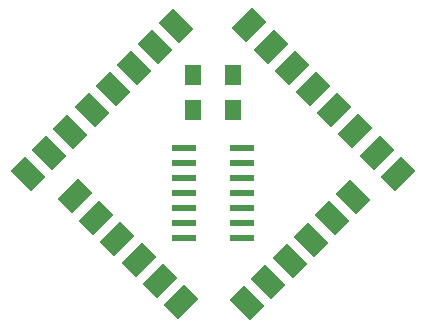
<source format=gbr>
%TF.GenerationSoftware,KiCad,Pcbnew,8.0.1*%
%TF.CreationDate,2024-04-23T14:14:13-04:00*%
%TF.ProjectId,mainboard,6d61696e-626f-4617-9264-2e6b69636164,rev?*%
%TF.SameCoordinates,Original*%
%TF.FileFunction,Soldermask,Top*%
%TF.FilePolarity,Negative*%
%FSLAX46Y46*%
G04 Gerber Fmt 4.6, Leading zero omitted, Abs format (unit mm)*
G04 Created by KiCad (PCBNEW 8.0.1) date 2024-04-23 14:14:13*
%MOMM*%
%LPD*%
G01*
G04 APERTURE LIST*
G04 Aperture macros list*
%AMRotRect*
0 Rectangle, with rotation*
0 The origin of the aperture is its center*
0 $1 length*
0 $2 width*
0 $3 Rotation angle, in degrees counterclockwise*
0 Add horizontal line*
21,1,$1,$2,0,0,$3*%
G04 Aperture macros list end*
%ADD10R,1.400000X1.700000*%
%ADD11RotRect,2.500000X1.700000X315.000000*%
%ADD12RotRect,2.500000X1.700000X225.000000*%
%ADD13R,2.000000X0.600000*%
%ADD14RotRect,2.500000X1.700000X135.000000*%
%ADD15RotRect,2.500000X1.700000X45.000000*%
G04 APERTURE END LIST*
D10*
%TO.C,R1*%
X171700000Y-75500000D03*
X168300000Y-75500000D03*
%TD*%
D11*
%TO.C,J2*%
X181863783Y-85883526D03*
X180067732Y-87679577D03*
X178271681Y-89475628D03*
X176475629Y-91271680D03*
X174679578Y-93067731D03*
X172883527Y-94863782D03*
%TD*%
D12*
%TO.C,J1*%
X167296051Y-94796051D03*
X165500000Y-93000000D03*
X163703949Y-91203949D03*
X161907897Y-89407897D03*
X160111846Y-87611846D03*
X158315795Y-85815795D03*
%TD*%
D13*
%TO.C,U1*%
X167525000Y-81690000D03*
X167525000Y-82960000D03*
X167525000Y-84230000D03*
X167525000Y-85500000D03*
X167525000Y-86770000D03*
X167525000Y-88040000D03*
X167525000Y-89310000D03*
X172475000Y-89310000D03*
X172475000Y-88040000D03*
X172475000Y-86770000D03*
X172475000Y-85500000D03*
X172475000Y-84230000D03*
X172475000Y-82960000D03*
X172475000Y-81690000D03*
%TD*%
D10*
%TO.C,D1*%
X171700000Y-78500000D03*
X168300000Y-78500000D03*
%TD*%
D14*
%TO.C,J3*%
X166905455Y-71347237D03*
X165109403Y-73143289D03*
X163313352Y-74939340D03*
X161517301Y-76735391D03*
X159721250Y-78531442D03*
X157925198Y-80327494D03*
X156129147Y-82123545D03*
X154333096Y-83919596D03*
%TD*%
D15*
%TO.C,J4*%
X173080404Y-71333096D03*
X174876455Y-73129147D03*
X176672506Y-74925198D03*
X178468558Y-76721250D03*
X180264609Y-78517301D03*
X182060660Y-80313352D03*
X183856711Y-82109403D03*
X185652763Y-83905455D03*
%TD*%
M02*

</source>
